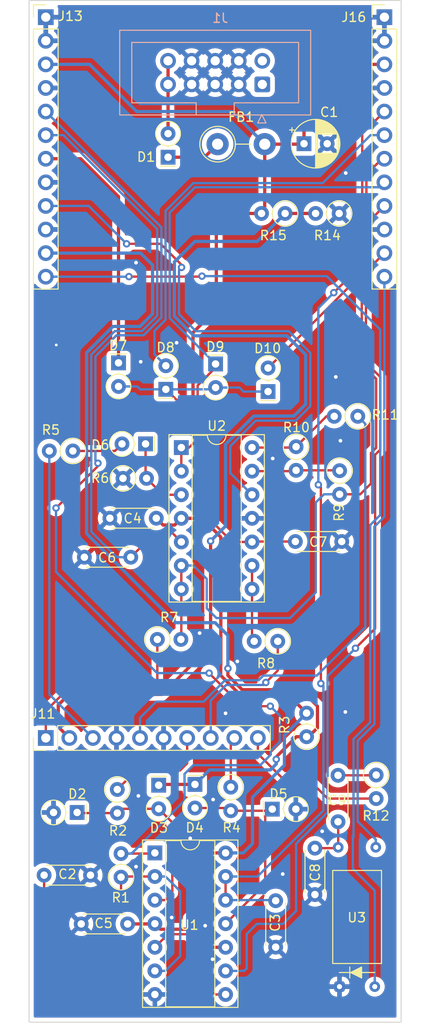
<source format=kicad_pcb>
(kicad_pcb (version 20221018) (generator pcbnew)
  (title_block (title "Punky's New Brew") (date "2023-10-20") (rev "001") (company "Scruffy Cat Studios @2023"))
  (layers (0 "F.Cu" signal) (31 "B.Cu" signal) (34 "B.Paste" user) (35 "F.Paste" user) (36 "B.SilkS" user "B.Silkscreen") (37 "F.SilkS" user "F.Silkscreen") (38 "B.Mask" user) (39 "F.Mask" user) (44 "Edge.Cuts" user))
  (net 0 "")
  (net 1 "+12V")
  (net 2 "GND")
  (net 3 "Net-(U1A-THR)")
  (net 4 "Net-(C8-Pad1)")
  (net 5 "Net-(C9-Pad2)")
  (net 6 "Net-(D1-K)")
  (net 7 "Net-(D1-A)")
  (net 8 "CV1")
  (net 9 "10V_REF")
  (net 10 "CV2")
  (net 11 "Net-(D6-K)")
  (net 12 "Net-(D6-A)")
  (net 13 "Net-(D10-K)")
  (net 16 "APC_Out")
  (net 17 "ENV1-Out")
  (net 18 "INV_ENV")
  (net 19 "ENV2")
  (net 20 "ENV1")
  (net 21 "Freq_2")
  (net 22 "Net-(U2C--)")
  (net 23 "Net-(U2D--)")
  (net 24 "Net-(R10-Pad1)")
  (net 25 "INV_REF")
  (net 26 "Net-(U1A-Q)")
  (net 27 "Env1_AR")
  (net 28 "Env2_AR")
  (net 29 "Env1_A")
  (net 30 "Env1_R")
  (net 31 "Env2_R")
  (net 32 "VCA_CV")
  (net 33 "CV1-In")
  (net 34 "CV2-In")
  (net 35 "Gate_In")
  (net 36 "5V_Ref")
  (net 37 "Audio_Out")
  (net 38 "Ext_In")
  (net 39 "Freq_1")
  (footprint "*SCS_ScruffyCat:D_DO-35_SOD27_P2.54mm_Vertical_KathodeUp" (layer "F.Cu") (at 61.98 118.4 -90)
    (fp_text reference "D4")
    (fp_text value "Schottky")
  )
  (footprint "Resistor_THT:R_Axial_DIN0207_L6.3mm_D2.5mm_P2.54mm_Vertical" (layer "F.Cu") (at 79.53 78.77 180)
    (fp_text reference "R11")
    (fp_text value "1k")
  )
  (footprint "Resistor_THT:R_Axial_DIN0207_L6.3mm_D2.5mm_P2.54mm_Vertical" (layer "F.Cu") (at 54.01 128.385 90)
    (fp_text reference "R1")
    (fp_text value "1k")
  )
  (footprint "*SCS_ScruffyCat:D_DO-35_SOD27_P2.54mm_Vertical_KathodeUp" (layer "F.Cu") (at 58.07 118.484315 -90)
    (fp_text reference "D3")
    (fp_text value "Schottky")
  )
  (footprint "*SCS_ScruffyCat:D_DO-35_SOD27_P2.54mm_Vertical_KathodeUp" (layer "F.Cu") (at 59.08 50.875686 90)
    (fp_text reference "D1")
    (fp_text value "Schottky")
  )
  (footprint "Capacitor_THT:C_Disc_D4.3mm_W1.9mm_P5.00mm" (layer "F.Cu") (at 70.68 130.92 -90)
    (fp_text reference "C3")
    (fp_text value "100nF")
  )
  (footprint "Resistor_THT:R_Axial_DIN0207_L6.3mm_D2.5mm_P2.54mm_Vertical" (layer "F.Cu") (at 72.88 82.045 -90)
    (fp_text reference "R10")
    (fp_text value "100k")
  )
  (footprint "Capacitor_THT:CP_Radial_D5.0mm_P2.50mm" (layer "F.Cu") (at 73.734888 49.42)
    (fp_text reference "C1")
    (fp_text value "C_Polarized_THL")
  )
  (footprint "Resistor_THT:R_Axial_DIN0207_L6.3mm_D2.5mm_P2.54mm_Vertical" (layer "F.Cu") (at 71.695 56.93 180)
    (fp_text reference "R15")
    (fp_text value "140k")
  )
  (footprint "Resistor_THT:R_Axial_DIN0207_L6.3mm_D2.5mm_P2.54mm_Vertical" (layer "F.Cu") (at 57.925 102.79)
    (fp_text reference "R7")
    (fp_text value "1k")
  )
  (footprint "Package_DIP:DIP-14_W7.62mm_Socket" (layer "F.Cu") (at 57.66 125.775)
    (fp_text reference "U1")
    (fp_text value "LM556")
  )
  (footprint "Capacitor_THT:C_Disc_D4.3mm_W1.9mm_P5.00mm" (layer "F.Cu") (at 55.06 93.94 180)
    (fp_text reference "C6")
    (fp_text value "2.2uF")
  )
  (footprint "Resistor_THT:R_Axial_DIN0411_L9.9mm_D3.6mm_P5.08mm_Vertical" (layer "F.Cu") (at 64.42 49.47)
    (fp_text reference "FB1")
    (fp_text value "FerriteBead")
  )
  (footprint "Package_DIP:DIP-14_W7.62mm_Socket" (layer "F.Cu") (at 60.51 82.135)
    (fp_text reference "U2")
    (fp_text value "TL074")
  )
  (footprint "Connector_PinHeader_2.54mm:PinHeader_1x12_P2.54mm_Vertical" (layer "F.Cu") (at 82.4 35.8)
    (fp_text reference "J16")
    (fp_text value "R_1x12_main")
  )
  (footprint "Resistor_THT:R_Axial_DIN0207_L6.3mm_D2.5mm_P2.54mm_Vertical" (layer "F.Cu") (at 74.01 113.265 90)
    (fp_text reference "R3")
    (fp_text value "100k")
  )
  (footprint "Resistor_THT:R_Axial_DIN0207_L6.3mm_D2.5mm_P2.54mm_Vertical" (layer "F.Cu") (at 81.51 117.385 -90)
    (fp_text reference "R12")
    (fp_text value "1k")
  )
  (footprint "Resistor_THT:R_Axial_DIN0207_L6.3mm_D2.5mm_P2.54mm_Vertical" (layer "F.Cu") (at 70.905 102.99 180)
    (fp_text reference "R8")
    (fp_text value "1k")
  )
  (footprint "Capacitor_THT:C_Disc_D4.3mm_W1.9mm_P5.00mm" (layer "F.Cu") (at 72.8 92.25)
    (fp_text reference "C7")
    (fp_text value "2.2uF")
  )
  (footprint "Connector_PinHeader_2.54mm:PinHeader_1x12_P2.54mm_Vertical" (layer "F.Cu") (at 45.9 35.8)
    (fp_text reference "J13")
    (fp_text value "L_1x12_main")
  )
  (footprint "Resistor_THT:R_Axial_DIN0207_L6.3mm_D2.5mm_P2.54mm_Vertical" (layer "F.Cu") (at 54.22 85.45)
    (fp_text reference "R6")
    (fp_text value "100k")
  )
  (footprint "*SCS_ScruffyCat:D_DO-35_SOD27_P2.54mm_Vertical_KathodeUp" (layer "F.Cu") (at 53.74 73.014315 -90)
    (fp_text reference "D7")
    (fp_text value "1N4148")
  )
  (footprint "Resistor_THT:R_Axial_DIN0207_L6.3mm_D2.5mm_P2.54mm_Vertical" (layer "F.Cu") (at 77.52 56.93 180)
    (fp_text reference "R14")
    (fp_text value "100k")
  )
  (footprint "Resistor_THT:R_Axial_DIN0207_L6.3mm_D2.5mm_P2.54mm_Vertical" (layer "F.Cu") (at 77.57 84.625 -90)
    (fp_text reference "R9")
    (fp_text value "100k")
  )
  (footprint "*SCS_ScruffyCat:D_DO-35_SOD27_P2.54mm_Vertical_KathodeUp" (layer "F.Cu") (at 58.84 75.865686 90)
    (fp_text reference "D8")
    (fp_text value "1N4148")
  )
  (footprint "Resistor_THT:R_Axial_DIN0207_L6.3mm_D2.5mm_P2.54mm_Vertical" (layer "F.Cu") (at 48.82 82.5 180)
    (fp_text reference "R5")
    (fp_text value "1k")
  )
  (footprint "Resistor_THT:R_Axial_DIN0207_L6.3mm_D2.5mm_P2.54mm_Vertical" (layer "F.Cu") (at 65.84 118.695 -90)
    (fp_text reference "R4")
    (fp_text value "100k")
  )
  (footprint "Capacitor_THT:C_Disc_D4.3mm_W1.9mm_P5.00mm" (layer "F.Cu") (at 49.72 133.42)
    (fp_text reference "C5")
    (fp_text value "10nF")
  )
  (footprint "Capacitor_THT:C_Disc_D4.3mm_W1.9mm_P5.00mm" (layer "F.Cu") (at 77.4 122.42 90)
    (fp_text reference "C9")
    (fp_text value "1uF")
  )
  (footprint "*SCS_ScruffyCat:D_DO-35_SOD27_P2.54mm_Vertical_KathodeUp" (layer "F.Cu") (at 49.275686 121.42 180)
    (fp_text reference "D2")
    (fp_text value "Schottky")
  )
  (footprint "Capacitor_THT:C_Disc_D4.3mm_W1.9mm_P5.00mm" (layer "F.Cu") (at 57.81 89.74 180)
    (fp_text reference "C4")
    (fp_text value "10nF")
  )
  (footprint "*SCS_ScruffyCat:D_DO-35_SOD27_P2.54mm_Vertical_KathodeUp" (layer "F.Cu") (at 70.314315 121.06)
    (fp_text reference "D5")
    (fp_text value "Schottky")
  )
  (footprint "Connector_PinHeader_2.54mm:PinHeader_1x10_P2.54mm_Vertical" (layer "F.Cu") (at 45.9 113.4 90)
    (fp_text reference "J11")
    (fp_text value "1x10_main")
  )
  (footprint "*SCS_ScruffyCat:D_DO-35_SOD27_P2.54mm_Vertical_KathodeUp" (layer "F.Cu") (at 56.655686 81.74 180)
    (fp_text reference "D6")
    (fp_text value "1N4148")
  )
  (footprint "*SCS_ScruffyCat:Vactrol_DIY" (layer "F.Cu") (at 77.56 140.17 90)
    (fp_text reference "U3")
    (fp_text value "VTL5C")
  )
  (footprint "Capacitor_THT:C_Disc_D4.3mm_W1.9mm_P5.00mm" (layer "F.Cu") (at 74.91 125.26 -90)
    (fp_text reference "C8")
    (fp_text value "2.2nF")
  )
  (footprint "Resistor_THT:R_Axial_DIN0207_L6.3mm_D2.5mm_P2.54mm_Vertical" (layer "F.Cu") (at 53.61 118.945 -90)
    (fp_text reference "R2")
    (fp_text value "100k")
  )
  (footprint "*SCS_ScruffyCat:D_DO-35_SOD27_P2.54mm_Vertical_KathodeUp" (layer "F.Cu") (at 64.2 73.134315 -90)
    (fp_text reference "D9")
    (fp_text value "1N4148")
  )
  (footprint "*SCS_ScruffyCat:D_DO-35_SOD27_P2.54mm_Vertical_KathodeUp" (layer "F.Cu") (at 69.86 76.105686 90)
    (fp_text reference "D10")
    (fp_text value "1N4148")
  )
  (footprint "Capacitor_THT:C_Disc_D4.3mm_W1.9mm_P5.00mm" (layer "F.Cu") (at 45.72 128.17)
    (fp_text reference "C2")
    (fp_text value "10nF")
  )
  (footprint "*SCS_ScruffyCat:IDC-Header_2x05_P2.54mm_Vertical" (layer "B.Cu") (at 69.24 43.0375 90)
    (fp_text reference "J1")
    (fp_text value "+12v")
  )
  (gr_rect (start 44.1 34) (end 84.2 144) (stroke (width 0.1)) (fill none) (layer "Edge.Cuts"))
  (segment (start 61.87 127.16) (end 61.87 132.32) (width 0.35) (layer "F.Cu") (net 1))
  (segment (start 59.785 90.48) (end 60.51 89.755) (width 0.35) (layer "F.Cu") (net 1))
  (segment (start 61.77 69.75) (end 61.77 78.06) (width 0.35) (layer "F.Cu") (net 1))
  (segment (start 73.684888 49.47) (end 73.734888 49.42) (width 0.35) (layer "F.Cu") (net 1))
  (segment (start 64.757 105.596984) (end 64.757 106.667) (width 0.35) (layer "F.Cu") (net 1))
  (segment (start 69.5 56.585) (end 69.155 56.93) (width 0.35) (layer "F.Cu") (net 1))
  (segment (start 69.155 56.93) (end 66.13 56.93) (width 0.35) (layer "F.Cu") (net 1))
  (segment (start 63.16 79.45) (end 63.16 89.1) (width 0.35) (layer "F.Cu") (net 1))
  (segment (start 64.77 105.583984) (end 64.757 105.596984) (width 0.35) (layer "F.Cu") (net 1))
  (segment (start 73.734888 49.42) (end 73.734888 45.795112) (width 0.35) (layer "F.Cu") (net 1))
  (segment (start 61.87 132.32) (end 61.337106 132.852894) (width 0.35) (layer "F.Cu") (net 1))
  (segment (start 73.734888 45.795112) (end 78.65 40.88) (width 0.35) (layer "F.Cu") (net 1))
  (segment (start 57.66 133.395) (end 58.255 133.99) (width 0.35) (layer "F.Cu") (net 1))
  (segment (start 69.5 49.47) (end 73.684888 49.47) (width 0.35) (layer "F.Cu") (net 1))
  (segment (start 63.255 125.775) (end 61.87 127.16) (width 0.35) (layer "F.Cu") (net 1))
  (segment (start 61.77 78.06) (end 63.16 79.45) (width 0.35) (layer "F.Cu") (net 1))
  (segment (start 64.77 91.777106) (end 64.77 105.583984) (width 0.35) (layer "F.Cu") (net 1))
  (segment (start 63.242106 135.935) (end 65.28 135.935) (width 0.35) (layer "F.Cu") (net 1))
  (segment (start 78.65 40.88) (end 82.4 40.88) (width 0.35) (layer "F.Cu") (net 1))
  (segment (start 64.44 91.447106) (end 64.77 91.777106) (width 0.35) (layer "F.Cu") (net 1))
  (segment (start 62.505 89.755) (end 60.51 89.755) (width 0.35) (layer "F.Cu") (net 1))
  (segment (start 61.297106 133.99) (end 61.337106 134.03) (width 0.35) (layer "F.Cu") (net 1))
  (segment (start 64.28 58.78) (end 64.28 67.24) (width 0.35) (layer "F.Cu") (net 1))
  (segment (start 66.844 108.754) (end 72.039 108.754) (width 0.35) (layer "F.Cu") (net 1))
  (segment (start 64.28 67.24) (end 61.77 69.75) (width 0.35) (layer "F.Cu") (net 1))
  (segment (start 72.039 108.754) (end 74.01 110.725) (width 0.35) (layer "F.Cu") (net 1))
  (segment (start 60.51 89.755) (end 62.755 89.755) (width 0.35) (layer "F.Cu") (net 1))
  (segment (start 61.337106 134.03) (end 63.242106 135.935) (width 0.35) (layer "F.Cu") (net 1))
  (segment (start 63.16 89.1) (end 62.505 89.755) (width 0.35) (layer "F.Cu") (net 1))
  (segment (start 57.81 89.74) (end 58.55 90.48) (width 0.35) (layer "F.Cu") (net 1))
  (segment (start 57.635 133.42) (end 57.66 133.395) (width 0.35) (layer "F.Cu") (net 1))
  (segment (start 65.28 125.775) (end 63.255 125.775) (width 0.35) (layer "F.Cu") (net 1))
  (segment (start 69.5 49.47) (end 69.5 56.585) (width 0.35) (layer "F.Cu") (net 1))
  (segment (start 66.13 56.93) (end 64.28 58.78) (width 0.35) (layer "F.Cu") (net 1))
  (segment (start 64.757 106.667) (end 66.844 108.754) (width 0.35) (layer "F.Cu") (net 1))
  (segment (start 58.255 133.99) (end 61.297106 133.99) (width 0.35) (layer "F.Cu") (net 1))
  (segment (start 54.72 133.42) (end 57.635 133.42) (width 0.35) (layer "F.Cu") (net 1))
  (segment (start 58.55 90.48) (end 59.785 90.48) (width 0.35) (layer "F.Cu") (net 1))
  (segment (start 61.337106 132.852894) (end 61.337106 134.03) (width 0.35) (layer "F.Cu") (net 1))
  (segment (start 64.44 91.44) (end 64.44 91.447106) (width 0.35) (layer "F.Cu") (net 1))
  (segment (start 62.755 89.755) (end 64.44 91.44) (width 0.35) (layer "F.Cu") (net 1))
  (segment (start 45.9 40.88) (end 50.62 40.88) (width 0.35) (layer "B.Cu") (net 1))
  (segment (start 71.62 116.34) (end 71.62 113.115) (width 0.35) (layer "B.Cu") (net 1))
  (segment (start 50.62 40.88) (end 55.7 45.96) (width 0.35) (layer "B.Cu") (net 1))
  (segment (start 55.7 45.96) (end 65.99 45.96) (width 0.35) (layer "B.Cu") (net 1))
  (segment (start 65.99 45.96) (end 69.5 49.47) (width 0.35) (layer "B.Cu") (net 1))
  (segment (start 65.28 125.775) (end 67.185 125.775) (width 0.35) (layer "B.Cu") (net 1))
  (segment (start 67.185 125.775) (end 68.18 124.78) (width 0.35) (layer "B.Cu") (net 1))
  (segment (start 68.18 124.78) (end 68.18 119.78) (width 0.35) (layer "B.Cu") (net 1))
  (segment (start 71.62 113.115) (end 74.01 110.725) (width 0.35) (layer "B.Cu") (net 1))
  (segment (start 68.18 119.78) (end 71.62 116.34) (width 0.35) (layer "B.Cu") (net 1))
  (via (at 59.998995 70.852542) (size 0.8) (drill 0.4) (layers "F.Cu" "B.Cu") (net 2))
  (via (at 78.232 52.578) (size 0.8) (drill 0.4) (layers "F.Cu" "B.Cu") (net 2))
  (via (at 75.692 123.444) (size 0.8) (drill 0.4) (layers "F.Cu" "B.Cu") (net 2))
  (via (at 77.16 74.53) (size 0.8) (drill 0.4) (layers "F.Cu" "B.Cu") (net 2))
  (via (at 63.08 133.61) (size 0.8) (drill 0.4) (layers "F.Cu" "B.Cu") (net 2))
  (via (at 63.94 120.03) (size 0.8) (drill 0.4) (layers "F.Cu" "B.Cu") (net 2))
  (via (at 61.468 124.206) (size 0.8) (drill 0.4) (layers "F.Cu" "B.Cu") (net 2))
  (via (at 65.278 110.744) (size 0.8) (drill 0.4) (layers "F.Cu" "B.Cu") (net 2))
  (via (at 63.88 137.22) (size 0.8) (drill 0.4) (layers "F.Cu" "B.Cu") (net 2))
  (via (at 47.03 71.09) (size 0.6) (drill 0.3) (layers "F.Cu" "B.Cu") (net 2))
  (via (at 77.66 81.4) (size 0.8) (drill 0.4) (layers "F.Cu" "B.Cu") (net 2))
  (via (at 56.134 72.898) (size 0.8) (drill 0.4) (layers "F.Cu" "B.Cu") (net 2))
  (via (at 59.47 132.73) (size 0.8) (drill 0.4) (layers "F.Cu" "B.Cu") (net 2))
  (via (at 71.44 128.05) (size 0.8) (drill 0.4) (layers "F.Cu" "B.Cu") (net 2))
  (via (at 62.484 102.108) (size 0.8) (drill 0.4) (layers "F.Cu" "B.Cu") (net 2))
  (via (at 66.548 105.156) (size 0.8) (drill 0.4) (layers "F.Cu" "B.Cu") (net 2))
  (via (at 70.358 83.312) (size 0.8) (drill 0.4) (layers "F.Cu" "B.Cu") (net 2))
  (via (at 55.88 119.634) (size 0.8) (drill 0.4) (layers "F.Cu" "B.Cu") (net 2))
  (via (at 55.626 62.23) (size 0.8) (drill 0.4) (layers "F.Cu" "B.Cu") (net 2))
  (via (at 78.19 110.6) (size 0.8) (drill 0.4) (layers "F.Cu" "B.Cu") (net 2))
  (via (at 55.626 127.254) (size 0.8) (drill 0.4) (layers "F.Cu" "B.Cu") (net 2))
  (segment (start 54.08 128.315) (end 54.01 128.385) (width 0.25) (layer "F.Cu") (net 3))
  (segment (start 46.46 130.62) (end 45.72 129.88) (width 0.25) (layer "F.Cu") (net 3))
  (segment (start 57.66 128.315) (end 54.08 128.315) (width 0.25) (layer "F.Cu") (net 3))
  (segment (start 53.41 130.62) (end 46.46 130.62) (width 0.25) (layer "F.Cu") (net 3))
  (segment (start 45.72 129.88) (end 45.72 128.17) (width 0.25) (layer "F.Cu") (net 3))
  (segment (start 54.01 130.02) (end 53.41 130.62) (width 0.25) (layer "F.Cu") (net 3))
  (segment (start 54.01 128.385) (end 54.01 130.02) (width 0.25) (layer "F.Cu") (net 3))
  (segment (start 60.39 129.9) (end 58.805 128.315) (width 0.25) (layer "B.Cu") (net 3))
  (segment (start 60.39 136.88) (end 60.39 129.9) (width 0.25) (layer "B.Cu") (net 3))
  (segment (start 58.795 138.475) (end 60.39 136.88) (width 0.25) (layer "B.Cu") (net 3))
  (segment (start 58.805 128.315) (end 57.66 128.315) (width 0.25) (layer "B.Cu") (net 3))
  (segment (start 57.66 138.475) (end 58.795 138.475) (width 0.25) (layer "B.Cu") (net 3))
  (segment (start 77.42 122.44) (end 77.4 122.42) (width 0.25) (layer "F.Cu") (net 4))
  (segment (start 77.33 125.26) (end 77.42 125.17) (width 0.25) (layer "F.Cu") (net 4))
  (segment (start 77.42 125.17) (end 77.42 122.44) (width 0.25) (layer "F.Cu") (net 4))
  (segment (start 74.91 125.26) (end 77.33 125.26) (width 0.25) (layer "F.Cu") (net 4))
  (segment (start 81.475 117.42) (end 81.51 117.385) (width 0.25) (layer "F.Cu") (net 5))
  (segment (start 77.4 117.42) (end 81.475 117.42) (width 0.25) (layer "F.Cu") (net 5))
  (segment (start 63.014314 50.875686) (end 64.42 49.47) (width 0.35) (layer "F.Cu") (net 6))
  (segment (start 59.08 50.875686) (end 63.014314 50.875686) (width 0.35) (layer "F.Cu") (net 6))
  (segment (start 59.08 43.0375) (end 59.08 48.335686) (width 0.35) (layer "F.Cu") (net 7))
  (segment (start 59.08 40.4975) (end 59.08 43.0375) (width 0.35) (layer "F.Cu") (net 7))
  (segment (start 59.54 130.08) (end 59.54 122.494315) (width 0.25) (layer "F.Cu") (net 8))
  (segment (start 58.07 121.024315) (end 54.070685 121.024315) (width 0.25) (layer "F.Cu") (net 8))
  (segment (start 54.070685 121.024315) (end 53.61 121.485) (width 0.25) (layer "F.Cu") (net 8))
  (segment (start 57.66 130.855) (end 58.765 130.855) (width 0.25) (layer "F.Cu") (net 8))
  (segment (start 53.61 121.485) (end 49.340686 121.485) (width 0.25) (layer "F.Cu") (net 8))
  (segment (start 59.54 122.494315) (end 58.07 121.024315) (width 0.25) (layer "F.Cu") (net 8))
  (segment (start 58.765 130.855) (end 59.54 130.08) (width 0.25) (layer "F.Cu") (net 8))
  (segment (start 49.340686 121.485) (end 49.275686 121.42) (width 0.25) (layer "F.Cu") (net 8))
  (segment (start 65.532 106.664182) (end 67.071818 108.204) (width 0.35) (layer "F.Cu") (net 9))
  (segment (start 65.532 105.918) (end 65.532 106.664182) (width 0.35) (layer "F.Cu") (net 9))
  (segment (start 74.2255 113.265) (end 74.01 113.265) (width 0.35) (layer "F.Cu") (net 9))
  (segment (start 58.154315 118.4) (end 58.07 118.484315) (width 0.35) (layer "F.Cu") (net 9))
  (segment (start 75.185 112.3055) (end 74.2255 113.265) (width 0.35) (layer "F.Cu") (net 9))
  (segment (start 61.98 118.4) (end 58.154315 118.4) (width 0.35) (layer "F.Cu") (net 9))
  (segment (start 75.185 109.983) (end 75.185 112.3055) (width 0.35) (layer "F.Cu") (net 9))
  (segment (start 73.406 108.204) (end 75.185 109.983) (width 0.35) (layer "F.Cu") (net 9))
  (segment (start 72.917 113.265) (end 74.01 113.265) (width 0.35) (layer "F.Cu") (net 9))
  (segment (start 70.743299 115.438701) (end 72.917 113.265) (width 0.35) (layer "F.Cu") (net 9))
  (segment (start 67.071818 108.204) (end 73.406 108.204) (width 0.35) (layer "F.Cu") (net 9))
  (segment (start 70.743299 115.701299) (end 70.743299 115.438701) (width 0.35) (layer "F.Cu") (net 9))
  (via (at 65.532 105.918) (size 0.8) (drill 0.4) (layers "F.Cu" "B.Cu") (net 9))
  (via (at 70.743299 115.701299) (size 0.8) (drill 0.4) (layers "F.Cu" "B.Cu") (net 9))
  (segment (start 53.132894 69.096) (end 56.052498 69.096) (width 0.35) (layer "B.Cu") (net 9))
  (segment (start 56.052498 69.096) (end 57.41 67.738498) (width 0.35) (layer "B.Cu") (net 9))
  (segment (start 64.16 100.99) (end 59.896894 100.99) (width 0.35) (layer "B.Cu") (net 9))
  (segment (start 70.743299 115.701299) (end 70.743299 116.200701) (width 0.35) (layer "B.Cu") (net 9))
  (segment (start 56.12 61.2) (end 45.9 61.2) (width 0.35) (layer "B.Cu") (net 9))
  (segment (start 59.896894 100.99) (end 50.3 91.393106) (width 0.35) (layer "B.Cu") (net 9))
  (segment (start 63.54 116.84) (end 61.98 118.4) (width 0.35) (layer "B.Cu") (net 9))
  (segment (start 57.41 67.738498) (end 57.41 62.49) (width 0.35) (layer "B.Cu") (net 9))
  (segment (start 65.532 102.362) (end 64.16 100.99) (width 0.35) (layer "B.Cu") (net 9))
  (segment (start 50.3 91.393106) (end 50.3 71.928894) (width 0.35) (layer "B.Cu") (net 9))
  (segment (start 65.532 105.918) (end 65.532 102.362) (width 0.35) (layer "B.Cu") (net 9))
  (segment (start 70.104 116.84) (end 63.54 116.84) (width 0.35) (layer "B.Cu") (net 9))
  (segment (start 57.41 62.49) (end 56.12 61.2) (width 0.35) (layer "B.Cu") (net 9))
  (segment (start 70.743299 116.200701) (end 70.104 116.84) (width 0.35) (layer "B.Cu") (net 9))
  (segment (start 50.3 71.928894) (end 53.132894 69.096) (width 0.35) (layer "B.Cu") (net 9))
  (segment (start 70.139315 121.235) (end 70.314315 121.06) (width 0.25) (layer "F.Cu") (net 10))
  (segment (start 70.314315 121.06) (end 69.555 121.819315) (width 0.25) (layer "F.Cu") (net 10))
  (segment (start 61.98 120.94) (end 65.545 120.94) (width 0.25) (layer "F.Cu") (net 10))
  (segment (start 69.555 121.819315) (end 69.555 129.12) (width 0.25) (layer "F.Cu") (net 10))
  (segment (start 65.545 120.94) (end 65.84 121.235) (width 0.25) (layer "F.Cu") (net 10))
  (segment (start 65.84 121.235) (end 70.139315 121.235) (width 0.25) (layer "F.Cu") (net 10))
  (segment (start 69.555 129.12) (end 65.28 133.395) (width 0.25) (layer "F.Cu") (net 10))
  (segment (start 56.76 85.45) (end 58.49 87.18) (width 0.25) (layer "F.Cu") (net 11))
  (segment (start 58.67 87.18) (end 58.705 87.215) (width 0.25) (layer "F.Cu") (net 11))
  (segment (start 58.705 87.215) (end 60.51 87.215) (width 0.25) (layer "F.Cu") (net 11))
  (segment (start 56.655686 85.345686) (end 56.76 85.45) (width 0.25) (layer "F.Cu") (net 11))
  (segment (start 58.49 87.18) (end 58.67 87.18) (width 0.25) (layer "F.Cu") (net 11))
  (segment (start 56.655686 81.74) (end 56.655686 85.345686) (width 0.25) (layer "F.Cu") (net 11))
  (segment (start 53.355686 82.5) (end 54.115686 81.74) (width 0.25) (layer "F.Cu") (net 12))
  (segment (start 48.82 82.5) (end 53.355686 82.5) (width 0.25) (layer "F.Cu") (net 12))
  (segment (start 60.51 82.135) (end 60.51 84.675) (width 0.25) (layer "F.Cu") (net 13))
  (segment (start 62.6 79.6) (end 62.6 80.88) (width 0.25) (layer "F.Cu") (net 13))
  (segment (start 62.6 80.88) (end 61.345 82.135) (width 0.25) (layer "F.Cu") (net 13))
  (segment (start 61.345 82.135) (end 60.51 82.135) (width 0.25) (layer "F.Cu") (net 13))
  (segment (start 58.84 75.865686) (end 58.865686 75.865686) (width 0.25) (layer "F.Cu") (net 13))
  (segment (start 58.865686 75.865686) (end 62.6 79.6) (width 0.25) (layer "F.Cu") (net 13))
  (segment (start 56.11 75.89) (end 56.134314 75.865686) (width 0.25) (layer "B.Cu") (net 13))
  (segment (start 53.74 75.554315) (end 55.774315 75.554315) (width 0.25) (layer "B.Cu") (net 13))
  (segment (start 64.2 75.674315) (end 66.774315 75.674315) (width 0.25) (layer "B.Cu") (net 13))
  (segment (start 56.134314 75.865686) (end 58.84 75.865686) (width 0.25) (layer "B.Cu") (net 13))
  (segment (start 55.774315 75.554315) (end 56.11 75.89) (width 0.25) (layer "B.Cu") (net 13))
  (segment (start 66.774315 75.674315) (end 67.22 76.12) (width 0.25) (layer "B.Cu") (net 13))
  (segment (start 67.22 76.12) (end 67.234314 76.105686) (width 0.25) (layer "B.Cu") (net 13))
  (segment (start 58.84 75.865686) (end 64.008629 75.865686) (width 0.25) (layer "B.Cu") (net 13))
  (segment (start 67.234314 76.105686) (end 69.86 76.105686) (width 0.25) (layer "B.Cu") (net 13))
  (segment (start 64.008629 75.865686) (end 64.2 75.674315) (width 0.25) (layer "B.Cu") (net 13))
  (segment (start 79.28 103.74) (end 81.4 101.62) (width 0.25) (layer "F.Cu") (net 16))
  (segment (start 81.4 101.62) (end 81.4 82.91) (width 0.25) (layer "F.Cu") (net 16))
  (segment (start 81.96 82.35) (end 81.96 74.54) (width 0.25) (layer "F.Cu") (net 16))
  (segment (start 81.4 82.91) (end 81.96 82.35) (width 0.25) (layer "F.Cu") (net 16))
  (segment (start 80.41 72.99) (end 80.41 63.19) (width 0.25) (layer "F.Cu") (net 16))
  (segment (start 81.96 74.54) (end 80.41 72.99) (width 0.25) (layer "F.Cu") (net 16))
  (segment (start 80.41 63.19) (end 82.4 61.2) (width 0.25) (layer "F.Cu") (net 16))
  (via (at 79.28 103.74) (size 0.8) (drill 0.4) (layers "F.Cu" "B.Cu") (net 16))
  (segment (start 76.275 106.745) (end 79.28 103.74) (width 0.25) (layer "B.Cu") (net 16))
  (segment (start 76.275 121.395) (end 76.275 106.745) (width 0.25) (layer "B.Cu") (net 16))
  (segment (start 65.28 138.475) (end 67.285 138.475) (width 0.25) (layer "B.Cu") (net 16))
  (segment (start 68.64 133.42) (end 71.48 133.42) (width 0.25) (layer "B.Cu") (net 16))
  (segment (start 67.56 134.5) (end 68.64 133.42) (width 0.25) (layer "B.Cu") (net 16))
  (segment (start 67.56 138.2) (end 67.56 134.5) (width 0.25) (layer "B.Cu") (net 16))
  (segment (start 67.285 138.475) (end 67.56 138.2) (width 0.25) (layer "B.Cu") (net 16))
  (segment (start 72.88 124.79) (end 76.275 121.395) (width 0.25) (layer "B.Cu") (net 16))
  (segment (start 72.88 132.02) (end 72.88 124.79) (width 0.25) (layer "B.Cu") (net 16))
  (segment (start 71.48 133.42) (end 72.88 132.02) (width 0.25) (layer "B.Cu") (net 16))
  (segment (start 57.925 102.79) (end 57.925 107.554604) (width 0.25) (layer "F.Cu") (net 17))
  (segment (start 57.925 107.554604) (end 57.267604 108.212) (width 0.25) (layer "F.Cu") (net 17))
  (segment (start 45.9 110.491894) (end 45.9 113.4) (width 0.25) (layer "F.Cu") (net 17))
  (segment (start 57.267604 108.212) (end 48.179894 108.212) (width 0.25) (layer "F.Cu") (net 17))
  (segment (start 48.179894 108.212) (end 45.9 110.491894) (width 0.25) (layer "F.Cu") (net 17))
  (segment (start 68.834 107.188) (end 65.215604 107.188) (width 0.25) (layer "B.Cu") (net 18))
  (segment (start 80.34 101.46) (end 75.12 106.68) (width 0.25) (layer "B.Cu") (net 18))
  (segment (start 69.342 106.68) (end 68.834 107.188) (width 0.25) (layer "B.Cu") (net 18))
  (segment (start 79.53 78.77) (end 80.34 79.58) (width 0.25) (layer "B.Cu") (net 18))
  (segment (start 57.8 109.49) (end 56.06 111.23) (width 0.25) (layer "B.Cu") (net 18))
  (segment (start 56.06 111.23) (end 56.06 113.4) (width 0.25) (layer "B.Cu") (net 18))
  (segment (start 65.215604 107.188) (end 62.913604 109.49) (width 0.25) (layer "B.Cu") (net 18))
  (segment (start 80.34 79.58) (end 80.34 101.46) (width 0.25) (layer "B.Cu") (net 18))
  (segment (start 75.12 106.68) (end 69.342 106.68) (width 0.25) (layer "B.Cu") (net 18))
  (segment (start 62.913604 109.49) (end 57.8 109.49) (width 0.25) (layer "B.Cu") (net 18))
  (segment (start 69.61905 107.42755) (end 70.905 106.1416) (width 0.25) (layer "F.Cu") (net 19))
  (segment (start 70.905 106.1416) (end 70.905 102.99) (width 0.25) (layer "F.Cu") (net 19))
  (via (at 69.61905 107.42755) (size 0.8) (drill 0.4) (layers "F.Cu" "B.Cu") (net 19))
  (segment (start 63.68 109.36) (end 63.68 113.4) (width 0.25) (layer "B.Cu") (net 19))
  (segment (start 65.3455 107.6945) (end 63.68 109.36) (width 0.25) (layer "B.Cu") (net 19))
  (segment (start 69.3521 107.6945) (end 65.3455 107.6945) (width 0.25) (layer "B.Cu") (net 19))
  (segment (start 69.61905 107.42755) (end 69.3521 107.6945) (width 0.25) (layer "B.Cu") (net 19))
  (segment (start 79.96 58.56) (end 82.4 56.12) (width 0.25) (layer "F.Cu") (net 20))
  (segment (start 79.96 73.176396) (end 79.96 58.56) (width 0.25) (layer "F.Cu") (net 20))
  (segment (start 77.57 87.165) (end 79.795 87.165) (width 0.25) (layer "F.Cu") (net 20))
  (segment (start 81.51 74.726396) (end 79.96 73.176396) (width 0.25) (layer "F.Cu") (net 20))
  (segment (start 60.51 97.375) (end 60.51 102.745) (width 0.25) (layer "F.Cu") (net 20))
  (segment (start 60.51 94.835) (end 60.51 97.375) (width 0.25) (layer "F.Cu") (net 20))
  (segment (start 60.51 102.745) (end 60.465 102.79) (width 0.25) (layer "F.Cu") (net 20))
  (segment (start 80.95 82.723604) (end 81.51 82.163604) (width 0.25) (layer "F.Cu") (net 20))
  (segment (start 81.51 82.163604) (end 81.51 74.726396) (width 0.25) (layer "F.Cu") (net 20))
  (segment (start 79.795 87.165) (end 80.95 86.01) (width 0.25) (layer "F.Cu") (net 20))
  (segment (start 80.95 86.01) (end 80.95 82.723604) (width 0.25) (layer "F.Cu") (net 20))
  (segment (start 60.51 94.835) (end 61.815 94.835) (width 0.25) (layer "B.Cu") (net 20))
  (segment (start 75.885 87.165) (end 77.57 87.165) (width 0.25) (layer "B.Cu") (net 20))
  (segment (start 63.246 99.439604) (end 64.296396 100.49) (width 0.25) (layer "B.Cu") (net 20))
  (segment (start 61.815 94.835) (end 63.246 96.266) (width 0.25) (layer "B.Cu") (net 20))
  (segment (start 72.23 100.49) (end 75 97.72) (width 0.25) (layer "B.Cu") (net 20))
  (segment (start 64.296396 100.49) (end 72.23 100.49) (width 0.25) (layer "B.Cu") (net 20))
  (segment (start 75 97.72) (end 75 88.05) (width 0.25) (layer "B.Cu") (net 20))
  (segment (start 75 88.05) (end 75.885 87.165) (width 0.25) (layer "B.Cu") (net 20))
  (segment (start 63.246 96.266) (end 63.246 99.439604) (width 0.25) (layer "B.Cu") (net 20))
  (segment (start 79.06 63.341088) (end 79.06 58.187208) (width 0.25) (layer "F.Cu") (net 21))
  (segment (start 80.01 48.35) (end 82.4 45.96) (width 0.25) (layer "F.Cu") (net 21))
  (segment (start 75.5505 107.54) (end 75.5505 86.4105) (width 0.25) (layer "F.Cu") (net 21))
  (segment (start 76.943245 65.457843) (end 79.06 63.341088) (width 0.25) (layer "F.Cu") (net 21))
  (segment (start 79.06 58.187208) (end 80.01 57.237208) (width 0.25) (layer "F.Cu") (net 21))
  (segment (start 65.28 130.855) (end 65.28 128.315) (width 0.25) (layer "F.Cu") (net 21))
  (segment (start 80.01 57.237208) (end 80.01 48.35) (width 0.25) (layer "F.Cu") (net 21))
  (segment (start 75.5505 86.4105) (end 75.28 86.14) (width 0.25) (layer "F.Cu") (net 21))
  (via (at 75.28 86.14) (size 0.8) (drill 0.4) (layers "F.Cu" "B.Cu") (net 21))
  (via (at 76.943245 65.457843) (size 0.8) (drill 0.4) (layers "F.Cu" "B.Cu") (net 21))
  (via (at 75.5505 107.54) (size 0.8) (drill 0.4) (layers "F.Cu" "B.Cu") (net 21))
  (segment (start 72.981802 124.051802) (end 75.825 121.208604) (width 0.25) (layer "B.Cu") (net 21))
  (segment (start 68.718604 128.315) (end 72.981802 124.051802) (width 0.25) (layer "B.Cu") (net 21))
  (segment (start 65.28 130.855) (end 70.615 130.855) (width 0.25) (layer "B.Cu") (net 21))
  (segment (start 70.615 130.855) (end 70.68 130.92) (width 0.25) (layer "B.Cu") (net 21))
  (segment (start 75.825 121.208604) (end 75.825 108.7) (width 0.25) (layer "B.Cu") (net 21))
  (segment (start 76.943245 65.457843) (end 75.28 67.121088) (width 0.25) (layer "B.Cu") (net 21))
  (segment (start 65.28 128.315) (end 68.718604 128.315) (width 0.25) (layer "B.Cu") (net 21))
  (segment (start 75.825 108.7) (end 75.825 107.8145) (width 0.25) (layer "B.Cu") (net 21))
  (segment (start 75.28 67.121088) (end 75.28 86.14) (width 0.25) (layer "B.Cu") (net 21))
  (segment (start 75.825 107.8145) (end 75.5505 107.54) (width 0.25) (layer "B.Cu") (net 21))
  (segment (start 68.13 97.375) (end 68.13 102.755) (width 0.25) (layer "F.Cu") (net 22))
  (segment (start 68.13 94.835) (end 68.13 97.375) (width 0.25) (layer "F.Cu") (net 22))
  (segment (start 68.13 102.755) (end 68.365 102.99) (width 0.25) (layer "F.Cu") (net 22))
  (segment (start 68.13 84.675) (end 72.79 84.675) (width 0.25) (layer "F.Cu") (net 23))
  (segment (start 77.53 84.585) (end 77.57 84.625) (width 0.25) (layer "F.Cu") (net 23))
  (segment (start 72.79 84.675) (end 72.88 84.585) (width 0.25) (layer "F.Cu") (net 23))
  (segment (start 72.88 84.585) (end 77.53 84.585) (width 0.25) (layer "F.Cu") (net 23))
  (segment (start 76.155 78.77) (end 76.99 78.77) (width 0.25) (layer "F.Cu") (net 24))
  (segment (start 72.88 82.045) (end 76.155 78.77) (width 0.25) (layer "F.Cu") (net 24))
  (segment (start 68.13 82.135) (end 72.79 82.135) (width 0.25) (layer "F.Cu") (net 24))
  (segment (start 72.79 82.135) (end 72.88 82.045) (width 0.25) (layer "F.Cu") (net 24))
  (segment (start 60.5345 62.738) (end 60.5345 62.461299) (width 0.25) (layer "F.Cu") (net 25))
  (segment (start 60.5345 62.461299) (end 58.271201 60.198) (width 0.25) (layer "F.Cu") (net 25))
  (segment (start 58.271201 60.198) (end 54.61 60.198) (width 0.25) (layer "F.Cu") (net 25))
  (via (at 60.5345 62.738) (size 0.8) (drill 0.4) (layers "F.Cu" "B.Cu") (net 25))
  (via (at 54.61 60.198) (size 0.8) (drill 0.4) (layers "F.Cu" "B.Cu") (net 25))
  (segment (start 65.786 81.987106) (end 65.786 84.871) (width 0.25) (layer "B.Cu") (net 25))
  (segment (start 72.089106 69.604) (end 74.414 71.928894) (width 0.25) (layer "B.Cu") (net 25))
  (segment (start 65.786 84.871) (end 68.13 87.215) (width 0.25) (layer "B.Cu") (net 25))
  (segment (start 60.26 67.780103) (end 62.083897 69.604) (width 0.25) (layer "B.Cu") (net 25))
  (segment (start 60.26 63.0125) (end 60.26 67.780103) (width 0.25) (layer "B.Cu") (net 25))
  (segment (start 68.533106 79.24) (end 65.786 81.987106) (width 0.25) (layer "B.Cu") (net 25))
  (segment (start 50.532 56.12) (end 45.9 56.12) (width 0.25) (layer "B.Cu") (net 25))
  (segment (start 74.414 77.677106) (end 72.851106 79.24) (width 0.25) (layer "B.Cu") (net 25))
  (segment (start 74.414 71.928894) (end 74.414 77.677106) (width 0.25) (layer "B.Cu") (net 25))
  (segment (start 54.61 60.198) (end 50.532 56.12) (width 0.25) (layer "B.Cu") (net 25))
  (segment (start 62.083897 69.604) (end 72.089106 69.604) (width 0.25) (layer "B.Cu") (net 25))
  (segment (start 72.851106 79.24) (end 68.533106 79.24) (width 0.25) (layer "B.Cu") (net 25))
  (segment (start 60.5345 62.738) (end 60.26 63.0125) (width 0.25) (layer "B.Cu") (net 25))
  (segment (start 59.065 134.53) (end 57.66 135.935) (width 0.25) (layer "F.Cu") (net 26))
  (segment (start 61.13 134.53) (end 59.065 134.53) (width 0.25) (layer "F.Cu") (net 26))
  (segment (start 62.77 136.17) (end 61.13 134.53) (width 0.25) (layer "F.Cu") (net 26))
  (segment (start 64.175 141.015) (end 62.77 139.61) (width 0.25) (layer "F.Cu") (net 26))
  (segment (start 62.77 139.61) (end 62.77 136.17) (width 0.25) (layer "F.Cu") (net 26))
  (segment (start 65.28 141.015) (end 64.175 141.015) (width 0.25) (layer "F.Cu") (net 26))
  (segment (start 55.06 93.94) (end 57.75 91.25) (width 0.25) (layer "F.Cu") (net 27))
  (segment (start 59.465 91.25) (end 60.51 92.295) (width 0.25) (layer "F.Cu") (net 27))
  (segment (start 57.75 91.25) (end 59.465 91.25) (width 0.25) (layer "F.Cu") (net 27))
  (segment (start 53.34 69.596) (end 56.259604 69.596) (width 0.25) (layer "B.Cu") (net 27))
  (segment (start 53.554 93.94) (end 50.8 91.186) (width 0.25) (layer "B.Cu") (net 27))
  (segment (start 47.803604 48.5) (end 45.9 48.5) (width 0.25) (layer "B.Cu") (net 27))
  (segment (start 57.91 67.945604) (end 57.91 58.606396) (width 0.25) (layer "B.Cu") (net 27))
  (segment (start 50.8 72.136) (end 53.34 69.596) (width 0.25) (layer "B.Cu") (net 27))
  (segment (start 57.91 58.606396) (end 47.803604 48.5) (width 0.25) (layer "B.Cu") (net 27))
  (segment (start 50.8 91.186) (end 50.8 72.136) (width 0.25) (layer "B.Cu") (net 27))
  (segment (start 56.259604 69.596) (end 57.91 67.945604) (width 0.25) (layer "B.Cu") (net 27))
  (segment (start 55.06 93.94) (end 53.554 93.94) (width 0.25) (layer "B.Cu") (net 27))
  (segment (start 63.66 79.242894) (end 63.66 89.952894) (width 0.25) (layer "F.Cu") (net 28))
  (segment (start 72.8 92.25) (end 68.175 92.25) (width 0.25) (layer "F.Cu") (net 28))
  (segment (start 64.94 91.24) (end 65.995 92.295) (width 0.25) (layer "F.Cu") (net 28))
  (segment (start 62.27 77.852894) (end 63.66 79.242894) (width 0.25) (layer "F.Cu") (net 28))
  (segment (start 64.2 73.134315) (end 64.584315 73.134315) (width 0.25) (layer "F.Cu") (net 28))
  (segment (start 63.66 89.952894) (end 64.94 91.232894) (width 0.25) (layer "F.Cu") (net 28))
  (segment (start 65.995 92.295) (end 68.13 92.295) (width 0.25) (layer "F.Cu") (net 28))
  (segment (start 64.584315 73.134315) (end 62.27 75.44863) (width 0.25) (layer "F.Cu") (net 28))
  (segment (start 68.175 92.25) (end 68.13 92.295) (width 0.25) (layer "F.Cu") (net 28))
  (segment (start 64.94 91.232894) (end 64.94 91.24) (width 0.25) (layer "F.Cu") (net 28))
  (segment (start 62.27 75.44863) (end 62.27 77.852894) (width 0.25) (layer "F.Cu") (net 28))
  (segment (start 59.26 68.194315) (end 59.26 56.836396) (width 0.25) (layer "B.Cu") (net 28))
  (segment (start 59.26 56.836396) (end 61.986396 54.11) (width 0.25) (layer "B.Cu") (net 28))
  (segment (start 64.2 73.134315) (end 59.26 68.194315) (width 0.25) (layer "B.Cu") (net 28))
  (segment (start 61.986396 54.11) (end 81.87 54.11) (width 0.25) (layer "B.Cu") (net 28))
  (segment (start 81.87 54.11) (end 82.4 53.58) (width 0.25) (layer "B.Cu") (net 28))
  (segment (start 53.74 55.12) (end 49.66 51.04) (width 0.35) (layer "F.Cu") (net 29))
  (segment (start 49.66 51.04) (end 45.9 51.04) (width 0.35) (layer "F.Cu") (net 29))
  (segment (start 53.74 73.014315) (end 53.74 55.12) (width 0.35) (layer "F.Cu") (net 29))
  (segment (start 57.62 72.105686) (end 57.62 69.570711) (width 0.25) (layer "B.Cu") (net 30))
  (segment (start 58.81 56.65) (end 61.8 53.66) (width 0.25) (layer "B.Cu") (net 30))
  (segment (start 61.8 53.66) (end 75.75 53.66) (width 0.25) (layer "B.Cu") (net 30))
  (segment (start 58.81 68.380711) (end 58.81 56.65) (width 0.25) (layer "B.Cu") (net 30))
  (segment (start 57.62 69.570711) (end 58.81 68.380711) (width 0.25) (layer "B.Cu") (net 30))
  (segment (start 75.75 53.66) (end 80.91 48.5) (width 0.25) (layer "B.Cu") (net 30))
  (segment (start 58.84 73.325686) (end 57.62 72.105686) (width 0.25) (layer "B.Cu") (net 30))
  (segment (start 80.91 48.5) (end 82.4 48.5) (width 0.25) (layer "B.Cu") (net 30))
  (segment (start 80.46 52.73) (end 80.46 57.423604) (width 0.25) (layer "F.Cu") (net 31))
  (segment (start 82.4 51.04) (end 82.15 51.04) (width 0.25) (layer "F.Cu") (net 31))
  (segment (start 79.51 63.915686) (end 69.86 73.565686) (width 0.25) (layer "F.Cu") (net 31))
  (segment (start 79.51 58.373604) (end 79.51 63.915686) (width 0.25) (layer "F.Cu") (net 31))
  (segment (start 82.15 51.04) (end 80.46 52.73) (width 0.25) (layer "F.Cu") (net 31))
  (segment (start 80.46 57.423604) (end 79.51 58.373604) (width 0.25) (layer "F.Cu") (net 31))
  (segment (start 62.688 63.73) (end 54.864 63.73) (width 0.25) (layer "F.Cu") (net 32))
  (segment (start 62.738 63.68) (end 62.688 63.73) (width 0.25) (layer "F.Cu") (net 32))
  (via (at 54.864 63.73) (size 0.8) (drill 0.4) (layers "F.Cu" "B.Cu") (net 32))
  (via (at 62.738 63.68) (size 0.8) (drill 0.4) (layers "F.Cu" "B.Cu") (net 32))
  (segment (start 54.854 63.74) (end 45.9 63.74) (width 0.25) (layer "B.Cu") (net 32))
  (segment (start 80.87 111.713604) (end 79.07 113.513604) (width 0.25) (layer "B.Cu") (net 32))
  (segment (start 76.19 63.68) (end 81.95 69.44) (width 0.25) (layer "B.Cu") (net 32))
  (segment (start 79 127.48) (end 81.36 129.84) (width 0.25) (layer "B.Cu") (net 32))
  (segment (start 81.36 129.84) (end 81.36 140.17) (width 0.25) (layer "B.Cu") (net 32))
  (segment (start 80.87 90.473604) (end 80.87 111.713604) (width 0.25) (layer "B.Cu") (net 32))
  (segment (start 81.95 69.44) (end 81.95 89.393604) (width 0.25) (layer "B.Cu") (net 32))
  (segment (start 62.738 63.68) (end 76.19 63.68) (width 0.25) (layer "B.Cu") (net 32))
  (segment (start 79.07 124.042793) (end 79 123.972793) (width 0.25) (layer "B.Cu") (net 32))
  (segment (start 54.864 63.73) (end 54.854 63.74) (width 0.25) (layer "B.Cu") (net 32))
  (segment (start 79.07 113.513604) (end 79.07 124.042793) (width 0.25) (layer "B.Cu") (net 32))
  (segment (start 79 123.972793) (end 79 127.48) (width 0.25) (layer "B.Cu") (net 32))
  (segment (start 81.95 89.393604) (end 80.87 90.473604) (width 0.25) (layer "B.Cu") (net 32))
  (segment (start 60.38 116.89) (end 55.665 116.89) (width 0.25) (layer "F.Cu") (net 33))
  (segment (start 55.665 116.89) (end 53.61 118.945) (width 0.25) (layer "F.Cu") (net 33))
  (segment (start 61.14 113.4) (end 61.14 116.13) (width 0.25) (layer "F.Cu") (net 33))
  (segment (start 61.14 116.13) (end 60.38 116.89) (width 0.25) (layer "F.Cu") (net 33))
  (segment (start 65.84 113.78) (end 66.22 113.4) (width 0.25) (layer "F.Cu") (net 34))
  (segment (start 65.84 118.695) (end 65.84 113.78) (width 0.25) (layer "F.Cu") (net 34))
  (segment (start 46.28 108.7) (end 46.28 82.5) (width 0.25) (layer "B.Cu") (net 35))
  (segment (start 50.98 113.4) (end 46.28 108.7) (width 0.25) (layer "B.Cu") (net 35))
  (segment (start 48.44 113.4) (end 47.244 112.204) (width 0.35) (layer "F.Cu") (net 36))
  (segment (start 63.6655 103.4665) (end 63.6655 92.202) (width 0.35) (layer "F.Cu") (net 36))
  (segment (start 47.244 109.855) (end 48.387 108.712) (width 0.35) (layer "F.Cu") (net 36))
  (segment (start 71.695 56.93) (end 74.98 56.93) (width 0.35) (layer "F.Cu") (net 36))
  (segment (start 48.387 108.712) (end 58.42 108.712) (width 0.35) (layer "F.Cu") (net 36))
  (segment (start 47.244 112.204) (end 47.244 109.855) (width 0.35) (layer "F.Cu") (net 36))
  (segment (start 58.42 108.712) (end 63.6655 103.4665) (width 0.35) (layer "F.Cu") (net 36))
  (via (at 63.6655 92.202) (size 0.8) (drill 0.4) (layers "F.Cu" "B.Cu") (net 36))
  (segment (start 68.326 78.74) (end 72.644 78.74) (width 0.35) (layer "B.Cu") (net 36))
  (segment (start 65.278 81.788) (end 68.326 78.74) (width 0.35) (layer "B.Cu") (net 36))
  (segment (start 63.6655 92.202) (end 65.278 90.5895) (width 0.35) (layer "B.Cu") (net 36))
  (segment (start 68.681 59.944) (end 71.695 56.93) (width 0.35) (layer "B.Cu") (net 36))
  (segment (start 61.876791 70.104) (end 59.76 67.987209) (width 0.35) (layer "B.Cu") (net 36))
  (segment (start 71.882 70.104) (end 61.876791 70.104) (width 0.35) (layer "B.Cu") (net 36))
  (segment (start 59.76 62.16) (end 61.976 59.944) (width 0.35) (layer "B.Cu") (net 36))
  (segment (start 73.914 72.136) (end 71.882 70.104) (width 0.35) (layer "B.Cu") (net 36))
  (segment (start 73.914 77.47) (end 73.914 72.136) (width 0.35) (layer "B.Cu") (net 36))
  (segment (start 59.76 67.987209) (end 59.76 62.16) (width 0.35) (layer "B.Cu") (net 36))
  (segment (start 72.644 78.74) (end 73.914 77.47) (width 0.35) (layer "B.Cu") (net 36))
  (segment (start 61.976 59.944) (end 68.681 59.944) (width 0.35) (layer "B.Cu") (net 36))
  (segment (start 65.278 90.5895) (end 65.278 81.788) (width 0.35) (layer "B.Cu") (net 36))
  (segment (start 74.07 117.71) (end 76.285 119.925) (width 0.25) (layer "F.Cu") (net 37))
  (segment (start 68.76 113.4) (end 68.76 115.09) (width 0.25) (layer "F.Cu") (net 37))
  (segment (start 76.285 119.925) (end 81.51 119.925) (width 0.25) (layer "F.Cu") (net 37))
  (segment (start 68.76 115.09) (end 71.38 117.71) (width 0.25) (layer "F.Cu") (net 37))
  (segment (start 71.38 117.71) (end 74.07 117.71) (width 0.25) (layer "F.Cu") (net 37))
  (segment (start 79.52 122.38) (end 79.52 113.7) (width 0.25) (layer "B.Cu") (net 38))
  (segment (start 81.47 125.17) (end 81.47 124.33) (width 0.25) (layer "B.Cu") (net 38))
  (segment (start 82.4 89.58) (end 82.4 63.74) (width 0.25) (layer "B.Cu") (net 38))
  (segment (start 81.32 90.66) (end 82.4 89.58) (width 0.25) (layer "B.Cu") (net 38))
  (segment (start 81.32 111.9) (end 81.32 90.66) (width 0.25) (layer "B.Cu") (net 38))
  (segment (start 79.52 113.7) (end 81.32 111.9) (width 0.25) (layer "B.Cu") (net 38))
  (segment (start 81.47 124.33) (end 79.52 122.38) (width 0.25) (layer "B.Cu") (net 38))
  (segment (start 51.5245 83.82) (end 51.5245 84.126) (width 0.25) (layer "F.Cu") (net 39))
  (segment (start 63.504894 106.421106) (end 67.065788 109.982) (width 0.25) (layer "F.Cu") (net 39))
  (segment (start 57.59 125.845) (end 57.66 125.775) (width 0.25) (layer "F.Cu") (net 39))
  (segment (start 54.01 125.845) (end 57.59 125.845) (width 0.25) (layer "F.Cu") (net 39))
  (segment (start 51.5245 84.126) (end 47.0045 88.646) (width 0.25) (layer "F.Cu") (net 39))
  (segment (start 67.065788 109.982) (end 70.104 109.982) (width 0.25) (layer "F.Cu") (net 39))
  (via (at 47.0045 88.646) (size 0.8) (drill 0.4) (layers "F.Cu" "B.Cu") (net 39))
  (via (at 70.104 109.982) (size 0.8) (drill 0.4) (layers "F.Cu" "B.Cu") (net 39))
  (via (at 51.5245 83.82) (size 0.8) (drill 0.4) (layers "F.Cu" "B.Cu") (net 39))
  (via (at 63.504894 106.421106) (size 0.8) (drill 0.4) (layers "F.Cu" "B.Cu") (net 39))
  (segment (start 63.5 106.416212) (end 57.902212 106.416212) (width 0.25) (layer "B.Cu") (net 39))
  (segment (start 58.36 58.42) (end 45.9 45.96) (width 0.25) (layer "B.Cu") (net 39))
  (segment (start 69.01729 116.332) (end 70.147991 115.201299) (width 0.25) (layer "B.Cu") (net 39))
  (segment (start 70.147991 115.201299) (end 70.147991 114.764009) (width 0.25) (layer "B.Cu") (net 39))
  (segment (start 56.446 70.046) (end 58.36 68.132) (width 0.25) (layer "B.Cu") (net 39))
  (segment (start 70.147991 114.764009) (end 71.12 113.792) (width 0.25) (layer "B.Cu") (net 39))
  (segment (start 60.855 117.275) (end 61.798 116.332) (width 0.25) (layer "B.Cu") (net 39))
  (segment (start 51.25 83.5455) (end 51.25 72.322396) (width 0.25) (layer "B.Cu") (net 39))
  (segment (start 71.12 110.998) (end 70.104 109.982) (width 0.25) (layer "B.Cu") (net 39))
  (segment (start 60.855 120.13137) (end 60.855 117.275) (width 0.25) (layer "B.Cu") (net 39))
  (segment (start 51.25 72.322396) (end 53.526396 70.046) (width 0.25) (layer "B.Cu") (net 39))
  (segment (start 57.902212 106.416212) (end 47.0045 95.5185) (width 0.25) (layer "B.Cu") (net 39))
  (segment (start 53.526396 70.046) (end 56.446 70.046) (width 0.25) (layer "B.Cu") (net 39))
  (segment (start 54.01 125.845) (end 55.14137 125.845) (width 0.25) (layer "B.Cu") (net 39))
  (segment (start 55.14137 125.845) (end 60.855 120.13137) (width 0.25) (layer "B.Cu") (net 39))
  (segment (start 47.0045 95.5185) (end 47.0045 88.646) (width 0.25) (layer "B.Cu") (net 39))
  (segment (start 63.504894 106.421106) (end 63.5 106.416212) (width 0.25) (layer "B.Cu") (net 39))
  (segment (start 71.12 113.792) (end 71.12 110.998) (width 0.25) (layer "B.Cu") (net 39))
  (segment (start 58.36 68.132) (end 58.36 58.42) (width 0.25) (layer "B.Cu") (net 39))
  (segment (start 51.5245 83.82) (end 51.25 83.5455) (width 0.25) (layer "B.Cu") (net 39))
  (segment (start 61.798 116.332) (end 69.01729 116.332) (width 0.25) (layer "B.Cu") (net 39))
  (zone (net 2) (net_name "GND") (layers "F&B.Cu") (connect_pads (clearance 0.5)) (min_thickness 0.25) (fill yes (thermal_gap 0.5) (thermal_bridge_width 0.5))
    (polygon (pts (xy 44.1 33.98) (xy 84.2 34) (xy 84.21 143.99) (xy 44.11 143.99)))
  )
)
</source>
